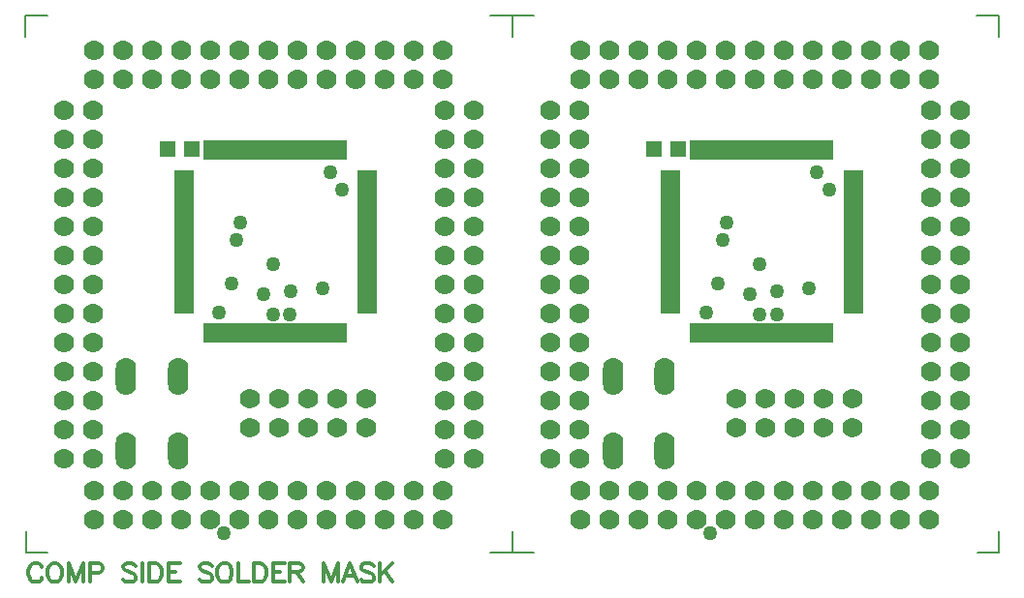
<source format=gbr>
G04 CAM350 V10.0.1 (Build 314) Date:  Fri Nov 30 16:16:42 2012 *
G04 Database: (Untitled) *
G04 Layer 3: CMASK.GBR *
%FSLAX23Y23*%
%MOIN*%
%SFA1.000B1.000*%

%MIA0B0*%
%IPPOS*%
%ADD18C,0.00800*%
%ADD19C,0.01200*%
%ADD43R,0.06910X0.02200*%
%ADD44R,0.02200X0.06910*%
%ADD45C,0.07000*%
%ADD46C,0.06940*%
%ADD47R,0.05720X0.05720*%
%ADD49C,0.02200*%
%ADD50C,0.05000*%
%ADD52C,0.06310*%
%ADD60O,0.07000X0.13000*%
%LNCMASK.GBR*%
%LPD*%
G54D43*
X543Y835D03*
Y855D03*
Y875D03*
Y894D03*
Y914D03*
Y934D03*
Y953D03*
Y973D03*
Y993D03*
Y1013D03*
Y1032D03*
Y1052D03*
Y1072D03*
Y1091D03*
Y1111D03*
Y1131D03*
Y1150D03*
Y1170D03*
Y1190D03*
Y1209D03*
Y1229D03*
Y1249D03*
Y1268D03*
Y1288D03*
Y1308D03*
X1173D03*
Y1288D03*
Y1268D03*
Y1249D03*
Y1229D03*
Y1209D03*
Y1190D03*
Y1170D03*
Y1150D03*
Y1131D03*
Y1111D03*
Y1091D03*
Y1072D03*
Y1052D03*
Y1032D03*
Y1013D03*
Y993D03*
Y973D03*
Y953D03*
Y934D03*
Y914D03*
Y894D03*
Y875D03*
Y855D03*
Y835D03*
G54D44*
X1095Y757D03*
X1075D03*
X1055D03*
X1036D03*
X1016D03*
X996D03*
X976D03*
X957D03*
X937D03*
X917D03*
X898D03*
X878D03*
X858D03*
X839D03*
X819D03*
X799D03*
X780D03*
X760D03*
X740D03*
X721D03*
X701D03*
X681D03*
X661D03*
X642D03*
X622D03*
Y1387D03*
X642D03*
X661D03*
X681D03*
X701D03*
X721D03*
X740D03*
X760D03*
X780D03*
X799D03*
X819D03*
X839D03*
X858D03*
X878D03*
X898D03*
X917D03*
X937D03*
X957D03*
X976D03*
X996D03*
X1016D03*
X1036D03*
X1055D03*
X1075D03*
X1095D03*
G54D45*
X534Y214D03*
Y114D03*
X634D03*
X734D03*
Y214D03*
X634D03*
X834D03*
Y114D03*
X934D03*
Y214D03*
X1034D03*
Y114D03*
X1134D03*
Y214D03*
X1234D03*
Y114D03*
X1334D03*
Y214D03*
X1434D03*
Y114D03*
X1440Y324D03*
Y424D03*
X1540D03*
Y324D03*
Y524D03*
Y624D03*
Y724D03*
Y824D03*
Y924D03*
Y1024D03*
Y1124D03*
Y1224D03*
Y1324D03*
Y1424D03*
Y1524D03*
X1440D03*
Y1424D03*
Y1324D03*
Y1224D03*
Y1124D03*
Y1024D03*
Y924D03*
Y824D03*
Y724D03*
Y624D03*
Y524D03*
X1435Y1631D03*
Y1731D03*
X1335D03*
Y1631D03*
X1235D03*
Y1731D03*
X1135D03*
Y1631D03*
X1035D03*
Y1731D03*
X935D03*
Y1631D03*
X835D03*
X735D03*
Y1731D03*
X835D03*
X635D03*
Y1631D03*
X535D03*
Y1731D03*
X435D03*
Y1631D03*
X335D03*
Y1731D03*
X235D03*
Y1631D03*
X230Y1524D03*
Y1424D03*
Y1324D03*
X130D03*
Y1424D03*
Y1524D03*
Y1224D03*
Y1124D03*
Y1024D03*
Y924D03*
X230D03*
Y1024D03*
Y1124D03*
Y1224D03*
Y824D03*
Y724D03*
Y624D03*
Y524D03*
X130D03*
Y624D03*
Y724D03*
Y824D03*
Y424D03*
Y324D03*
X230D03*
Y424D03*
X234Y214D03*
Y114D03*
X334D03*
Y214D03*
X434D03*
Y114D03*
G54D46*
X770Y430D03*
X870D03*
Y530D03*
X770D03*
X970D03*
Y430D03*
X1070D03*
Y530D03*
X1170D03*
Y430D03*
G54D47*
X570Y1391D03*
X488D03*
G54D49*
X1333Y1706D03*
G54D50*
X852Y823D03*
X909Y822D03*
X910Y900D03*
X852Y995D03*
X818Y892D03*
X707Y929D03*
X666Y828D03*
X723Y1077D03*
X737Y1137D03*
X1021Y913D03*
X1089Y1251D03*
X1047Y1313D03*
X682Y67D03*
G54D52*
X336Y1731D03*
G54D60*
X524Y352D03*
X346D03*
X524Y608D03*
X346D03*
G54D43*
X2217Y835D03*
Y855D03*
Y875D03*
Y894D03*
Y914D03*
Y934D03*
Y953D03*
Y973D03*
Y993D03*
Y1013D03*
Y1032D03*
Y1052D03*
Y1072D03*
Y1091D03*
Y1111D03*
Y1131D03*
Y1150D03*
Y1170D03*
Y1190D03*
Y1209D03*
Y1229D03*
Y1249D03*
Y1268D03*
Y1288D03*
Y1308D03*
X2847D03*
Y1288D03*
Y1268D03*
Y1249D03*
Y1229D03*
Y1209D03*
Y1190D03*
Y1170D03*
Y1150D03*
Y1131D03*
Y1111D03*
Y1091D03*
Y1072D03*
Y1052D03*
Y1032D03*
Y1013D03*
Y993D03*
Y973D03*
Y953D03*
Y934D03*
Y914D03*
Y894D03*
Y875D03*
Y855D03*
Y835D03*
G54D44*
X2769Y757D03*
X2749D03*
X2729D03*
X2710D03*
X2690D03*
X2670D03*
X2650D03*
X2631D03*
X2611D03*
X2591D03*
X2572D03*
X2552D03*
X2532D03*
X2513D03*
X2493D03*
X2473D03*
X2454D03*
X2434D03*
X2414D03*
X2395D03*
X2375D03*
X2355D03*
X2335D03*
X2316D03*
X2296D03*
Y1387D03*
X2316D03*
X2335D03*
X2355D03*
X2375D03*
X2395D03*
X2414D03*
X2434D03*
X2454D03*
X2473D03*
X2493D03*
X2513D03*
X2532D03*
X2552D03*
X2572D03*
X2591D03*
X2611D03*
X2631D03*
X2650D03*
X2670D03*
X2690D03*
X2710D03*
X2729D03*
X2749D03*
X2769D03*
G54D45*
X2208Y214D03*
Y114D03*
X2308D03*
X2408D03*
Y214D03*
X2308D03*
X2508D03*
Y114D03*
X2608D03*
Y214D03*
X2708D03*
Y114D03*
X2808D03*
Y214D03*
X2908D03*
Y114D03*
X3008D03*
Y214D03*
X3108D03*
Y114D03*
X3114Y324D03*
Y424D03*
X3214D03*
Y324D03*
Y524D03*
Y624D03*
Y724D03*
Y824D03*
Y924D03*
Y1024D03*
Y1124D03*
Y1224D03*
Y1324D03*
Y1424D03*
Y1524D03*
X3114D03*
Y1424D03*
Y1324D03*
Y1224D03*
Y1124D03*
Y1024D03*
Y924D03*
Y824D03*
Y724D03*
Y624D03*
Y524D03*
X3109Y1631D03*
Y1731D03*
X3009D03*
Y1631D03*
X2909D03*
Y1731D03*
X2809D03*
Y1631D03*
X2709D03*
Y1731D03*
X2609D03*
Y1631D03*
X2509D03*
X2409D03*
Y1731D03*
X2509D03*
X2309D03*
Y1631D03*
X2209D03*
Y1731D03*
X2109D03*
Y1631D03*
X2009D03*
Y1731D03*
X1909D03*
Y1631D03*
X1904Y1524D03*
Y1424D03*
Y1324D03*
X1804D03*
Y1424D03*
Y1524D03*
Y1224D03*
Y1124D03*
Y1024D03*
Y924D03*
X1904D03*
Y1024D03*
Y1124D03*
Y1224D03*
Y824D03*
Y724D03*
Y624D03*
Y524D03*
X1804D03*
Y624D03*
Y724D03*
Y824D03*
Y424D03*
Y324D03*
X1904D03*
Y424D03*
X1908Y214D03*
Y114D03*
X2008D03*
Y214D03*
X2108D03*
Y114D03*
G54D46*
X2444Y430D03*
X2544D03*
Y530D03*
X2444D03*
X2644D03*
Y430D03*
X2744D03*
Y530D03*
X2844D03*
Y430D03*
G54D47*
X2244Y1391D03*
X2162D03*
G54D49*
X3007Y1706D03*
G54D50*
X2526Y823D03*
X2583Y822D03*
X2584Y900D03*
X2526Y995D03*
X2492Y892D03*
X2381Y929D03*
X2340Y828D03*
X2397Y1077D03*
X2411Y1137D03*
X2695Y913D03*
X2763Y1251D03*
X2721Y1313D03*
X2356Y67D03*
G54D52*
X2010Y1731D03*
G54D60*
X2198Y352D03*
X2020D03*
X2198Y608D03*
X2020D03*
G54D18*
X74Y1852D02*
G01X-1D01*
Y1777*
X0Y75D02*
G01Y0D01*
X75*
X1599D02*
G01X1674D01*
Y75*
X1673Y1777D02*
G01Y1852D01*
X1598*
X1748D02*
G01X1673D01*
Y1777*
X1674Y75D02*
G01Y0D01*
X1749*
X3273D02*
G01X3348D01*
Y75*
X3347Y1777D02*
G01Y1852D01*
X3272*
G54D19*
G01X56Y-50D02*
X53Y-44D01*
X47Y-37D01*
X41Y-34D01*
X28D01*
X22Y-37D01*
X16Y-44D01*
X13Y-50D01*
X9Y-59D01*
Y-75D01*
X13Y-84D01*
X16Y-91D01*
X22Y-97D01*
X28Y-100D01*
X41D01*
X47Y-97D01*
X53Y-91D01*
X56Y-84D01*
X94Y-34D02*
X87Y-37D01*
X81Y-44D01*
X78Y-50D01*
X75Y-59D01*
Y-75D01*
X78Y-84D01*
X81Y-91D01*
X87Y-97D01*
X94Y-100D01*
X106D01*
X112Y-97D01*
X119Y-91D01*
X122Y-84D01*
X125Y-75D01*
Y-59D01*
X122Y-50D01*
X119Y-44D01*
X112Y-37D01*
X106Y-34D01*
X94D01*
X147D02*
Y-100D01*
Y-34D02*
X172Y-100D01*
X197Y-34D02*
X172Y-100D01*
X197Y-34D02*
Y-100D01*
X222Y-34D02*
Y-100D01*
Y-34D02*
X250D01*
X259Y-37D01*
X262Y-41D01*
X266Y-47D01*
Y-56D01*
X262Y-62D01*
X259Y-66D01*
X250Y-69D01*
X222D01*
X378Y-44D02*
X372Y-37D01*
X362Y-34D01*
X350D01*
X341Y-37D01*
X334Y-44D01*
Y-50D01*
X337Y-56D01*
X341Y-59D01*
X347Y-62D01*
X366Y-69D01*
X372Y-72D01*
X375Y-75D01*
X378Y-81D01*
Y-91D01*
X372Y-97D01*
X362Y-100D01*
X350D01*
X341Y-97D01*
X334Y-91D01*
X400Y-34D02*
Y-100D01*
X425Y-34D02*
Y-100D01*
Y-34D02*
X447D01*
X456Y-37D01*
X462Y-44D01*
X466Y-50D01*
X469Y-59D01*
Y-75D01*
X466Y-84D01*
X462Y-91D01*
X456Y-97D01*
X447Y-100D01*
X425D01*
X491Y-34D02*
Y-100D01*
Y-34D02*
X531D01*
X491Y-66D02*
X516D01*
X491Y-100D02*
X531D01*
X641Y-44D02*
X634Y-37D01*
X625Y-34D01*
X612D01*
X603Y-37D01*
X597Y-44D01*
Y-50D01*
X600Y-56D01*
X603Y-59D01*
X609Y-62D01*
X628Y-69D01*
X634Y-72D01*
X637Y-75D01*
X641Y-81D01*
Y-91D01*
X634Y-97D01*
X625Y-100D01*
X612D01*
X603Y-97D01*
X597Y-91D01*
X678Y-34D02*
X672Y-37D01*
X666Y-44D01*
X662Y-50D01*
X659Y-59D01*
Y-75D01*
X662Y-84D01*
X666Y-91D01*
X672Y-97D01*
X678Y-100D01*
X691D01*
X697Y-97D01*
X703Y-91D01*
X706Y-84D01*
X709Y-75D01*
Y-59D01*
X706Y-50D01*
X703Y-44D01*
X697Y-37D01*
X691Y-34D01*
X678D01*
X731D02*
Y-100D01*
Y-100D02*
X769D01*
X784Y-34D02*
Y-100D01*
Y-34D02*
X806D01*
X816Y-37D01*
X822Y-44D01*
X825Y-50D01*
X828Y-59D01*
Y-75D01*
X825Y-84D01*
X822Y-91D01*
X816Y-97D01*
X806Y-100D01*
X784D01*
X850Y-34D02*
Y-100D01*
Y-34D02*
X891D01*
X850Y-66D02*
X875D01*
X850Y-100D02*
X891D01*
X909Y-34D02*
Y-100D01*
Y-34D02*
X937D01*
X947Y-37D01*
X950Y-41D01*
X953Y-47D01*
Y-53D01*
X950Y-59D01*
X947Y-62D01*
X937Y-66D01*
X909D01*
X931D02*
X953Y-100D01*
X1025Y-34D02*
Y-100D01*
Y-34D02*
X1050Y-100D01*
X1075Y-34D02*
X1050Y-100D01*
X1075Y-34D02*
Y-100D01*
X1116Y-34D02*
X1091Y-100D01*
X1116Y-34D02*
X1141Y-100D01*
X1100Y-78D02*
X1131D01*
X1197Y-44D02*
X1191Y-37D01*
X1181Y-34D01*
X1169D01*
X1159Y-37D01*
X1153Y-44D01*
Y-50D01*
X1156Y-56D01*
X1159Y-59D01*
X1166Y-62D01*
X1184Y-69D01*
X1191Y-72D01*
X1194Y-75D01*
X1197Y-81D01*
Y-91D01*
X1191Y-97D01*
X1181Y-100D01*
X1169D01*
X1159Y-97D01*
X1153Y-91D01*
X1219Y-34D02*
Y-100D01*
X1262Y-34D02*
X1219Y-78D01*
X1234Y-62D02*
X1262Y-100D01*
M02*

</source>
